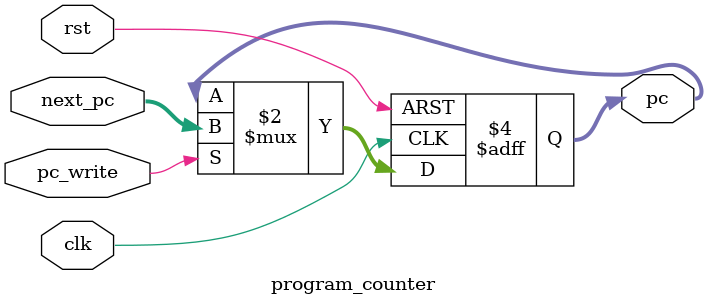
<source format=sv>
module program_counter(
    input  logic        clk,        // Clock input
    input  logic        rst,        // Reset signal
    input  logic        pc_write,   // Enable writing to PC
    input  logic [31:0] next_pc,    // Next PC value
    output logic [31:0] pc          // Current PC value
);
    
    // Program counter register
    always_ff @(posedge clk or posedge rst) begin
        if (rst)
            pc <= 32'h00000000;  // Reset to beginning of memory
        else if (pc_write)
            pc <= next_pc;       // Update PC with next address
    end
    
endmodule

</source>
